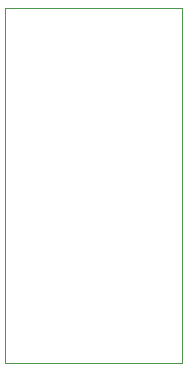
<source format=gm1>
G04 #@! TF.GenerationSoftware,KiCad,Pcbnew,8.0.7-8.0.7-0~ubuntu24.04.1*
G04 #@! TF.CreationDate,2024-12-29T20:55:18-07:00*
G04 #@! TF.ProjectId,ESP32-S3 Hub,45535033-322d-4533-9320-4875622e6b69,V1*
G04 #@! TF.SameCoordinates,Original*
G04 #@! TF.FileFunction,Profile,NP*
%FSLAX46Y46*%
G04 Gerber Fmt 4.6, Leading zero omitted, Abs format (unit mm)*
G04 Created by KiCad (PCBNEW 8.0.7-8.0.7-0~ubuntu24.04.1) date 2024-12-29 20:55:18*
%MOMM*%
%LPD*%
G01*
G04 APERTURE LIST*
G04 #@! TA.AperFunction,Profile*
%ADD10C,0.050000*%
G04 #@! TD*
G04 APERTURE END LIST*
D10*
X147900000Y-81800000D02*
X162900000Y-81800000D01*
X162900000Y-111800000D01*
X147900000Y-111800000D01*
X147900000Y-81800000D01*
M02*

</source>
